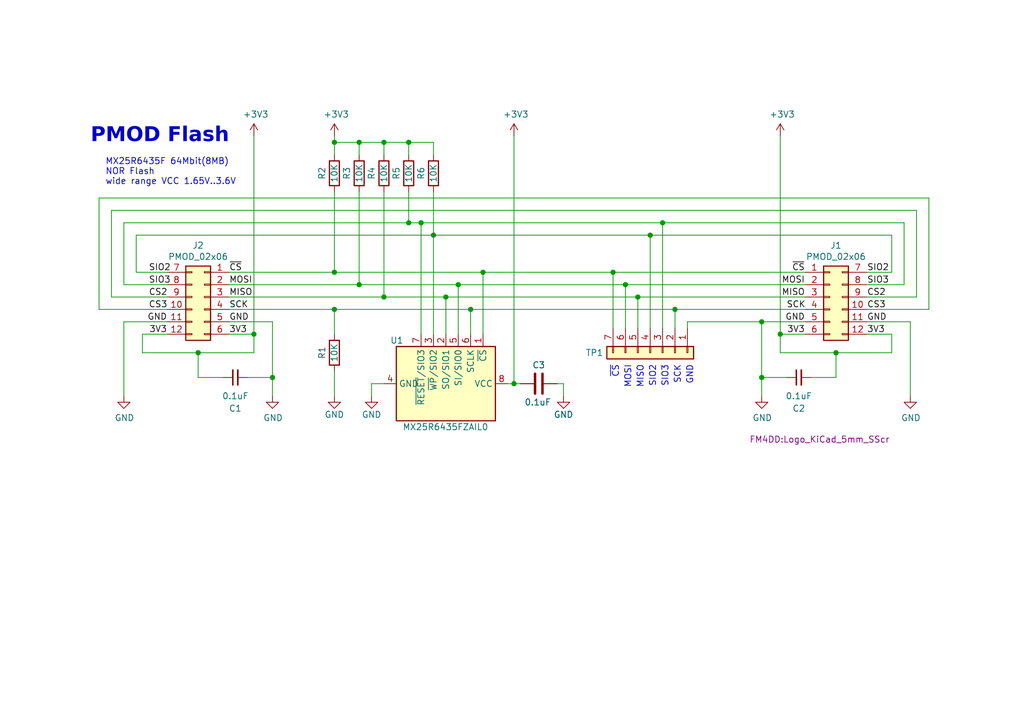
<source format=kicad_sch>
(kicad_sch (version 20230121) (generator eeschema)

  (uuid 29870ea6-0a1a-4de2-a6b4-c5d541e2a8ce)

  (paper "A5")

  (title_block
    (title "PMOD FLASH")
    (date "2023-09-21")
    (rev "V1.0")
    (comment 1 "2023 (C) FM4DD")
    (comment 2 "MX25R6435F 64Mbit(8MB) NOR Flash")
    (comment 3 "License: CC-BY-SA 4.0")
  )

  (lib_symbols
    (symbol "Connector_Generic:Conn_01x07" (pin_names (offset 1.016) hide) (in_bom yes) (on_board yes)
      (property "Reference" "J" (at 0 10.16 0)
        (effects (font (size 1.27 1.27)))
      )
      (property "Value" "Conn_01x07" (at 0 -10.16 0)
        (effects (font (size 1.27 1.27)))
      )
      (property "Footprint" "" (at 0 0 0)
        (effects (font (size 1.27 1.27)) hide)
      )
      (property "Datasheet" "~" (at 0 0 0)
        (effects (font (size 1.27 1.27)) hide)
      )
      (property "ki_keywords" "connector" (at 0 0 0)
        (effects (font (size 1.27 1.27)) hide)
      )
      (property "ki_description" "Generic connector, single row, 01x07, script generated (kicad-library-utils/schlib/autogen/connector/)" (at 0 0 0)
        (effects (font (size 1.27 1.27)) hide)
      )
      (property "ki_fp_filters" "Connector*:*_1x??_*" (at 0 0 0)
        (effects (font (size 1.27 1.27)) hide)
      )
      (symbol "Conn_01x07_1_1"
        (rectangle (start -1.27 -7.493) (end 0 -7.747)
          (stroke (width 0.1524) (type default))
          (fill (type none))
        )
        (rectangle (start -1.27 -4.953) (end 0 -5.207)
          (stroke (width 0.1524) (type default))
          (fill (type none))
        )
        (rectangle (start -1.27 -2.413) (end 0 -2.667)
          (stroke (width 0.1524) (type default))
          (fill (type none))
        )
        (rectangle (start -1.27 0.127) (end 0 -0.127)
          (stroke (width 0.1524) (type default))
          (fill (type none))
        )
        (rectangle (start -1.27 2.667) (end 0 2.413)
          (stroke (width 0.1524) (type default))
          (fill (type none))
        )
        (rectangle (start -1.27 5.207) (end 0 4.953)
          (stroke (width 0.1524) (type default))
          (fill (type none))
        )
        (rectangle (start -1.27 7.747) (end 0 7.493)
          (stroke (width 0.1524) (type default))
          (fill (type none))
        )
        (rectangle (start -1.27 8.89) (end 1.27 -8.89)
          (stroke (width 0.254) (type default))
          (fill (type background))
        )
        (pin passive line (at -5.08 7.62 0) (length 3.81)
          (name "Pin_1" (effects (font (size 1.27 1.27))))
          (number "1" (effects (font (size 1.27 1.27))))
        )
        (pin passive line (at -5.08 5.08 0) (length 3.81)
          (name "Pin_2" (effects (font (size 1.27 1.27))))
          (number "2" (effects (font (size 1.27 1.27))))
        )
        (pin passive line (at -5.08 2.54 0) (length 3.81)
          (name "Pin_3" (effects (font (size 1.27 1.27))))
          (number "3" (effects (font (size 1.27 1.27))))
        )
        (pin passive line (at -5.08 0 0) (length 3.81)
          (name "Pin_4" (effects (font (size 1.27 1.27))))
          (number "4" (effects (font (size 1.27 1.27))))
        )
        (pin passive line (at -5.08 -2.54 0) (length 3.81)
          (name "Pin_5" (effects (font (size 1.27 1.27))))
          (number "5" (effects (font (size 1.27 1.27))))
        )
        (pin passive line (at -5.08 -5.08 0) (length 3.81)
          (name "Pin_6" (effects (font (size 1.27 1.27))))
          (number "6" (effects (font (size 1.27 1.27))))
        )
        (pin passive line (at -5.08 -7.62 0) (length 3.81)
          (name "Pin_7" (effects (font (size 1.27 1.27))))
          (number "7" (effects (font (size 1.27 1.27))))
        )
      )
    )
    (symbol "Connector_Generic:Conn_02x06_Top_Bottom" (pin_names (offset 1.016) hide) (in_bom yes) (on_board yes)
      (property "Reference" "J" (at 1.27 7.62 0)
        (effects (font (size 1.27 1.27)))
      )
      (property "Value" "Conn_02x06_Top_Bottom" (at 1.27 -10.16 0)
        (effects (font (size 1.27 1.27)))
      )
      (property "Footprint" "" (at 0 0 0)
        (effects (font (size 1.27 1.27)) hide)
      )
      (property "Datasheet" "~" (at 0 0 0)
        (effects (font (size 1.27 1.27)) hide)
      )
      (property "ki_keywords" "connector" (at 0 0 0)
        (effects (font (size 1.27 1.27)) hide)
      )
      (property "ki_description" "Generic connector, double row, 02x06, top/bottom pin numbering scheme (row 1: 1...pins_per_row, row2: pins_per_row+1 ... num_pins), script generated (kicad-library-utils/schlib/autogen/connector/)" (at 0 0 0)
        (effects (font (size 1.27 1.27)) hide)
      )
      (property "ki_fp_filters" "Connector*:*_2x??_*" (at 0 0 0)
        (effects (font (size 1.27 1.27)) hide)
      )
      (symbol "Conn_02x06_Top_Bottom_1_1"
        (rectangle (start -1.27 -7.493) (end 0 -7.747)
          (stroke (width 0.1524) (type default))
          (fill (type none))
        )
        (rectangle (start -1.27 -4.953) (end 0 -5.207)
          (stroke (width 0.1524) (type default))
          (fill (type none))
        )
        (rectangle (start -1.27 -2.413) (end 0 -2.667)
          (stroke (width 0.1524) (type default))
          (fill (type none))
        )
        (rectangle (start -1.27 0.127) (end 0 -0.127)
          (stroke (width 0.1524) (type default))
          (fill (type none))
        )
        (rectangle (start -1.27 2.667) (end 0 2.413)
          (stroke (width 0.1524) (type default))
          (fill (type none))
        )
        (rectangle (start -1.27 5.207) (end 0 4.953)
          (stroke (width 0.1524) (type default))
          (fill (type none))
        )
        (rectangle (start -1.27 6.35) (end 3.81 -8.89)
          (stroke (width 0.254) (type default))
          (fill (type background))
        )
        (rectangle (start 3.81 -7.493) (end 2.54 -7.747)
          (stroke (width 0.1524) (type default))
          (fill (type none))
        )
        (rectangle (start 3.81 -4.953) (end 2.54 -5.207)
          (stroke (width 0.1524) (type default))
          (fill (type none))
        )
        (rectangle (start 3.81 -2.413) (end 2.54 -2.667)
          (stroke (width 0.1524) (type default))
          (fill (type none))
        )
        (rectangle (start 3.81 0.127) (end 2.54 -0.127)
          (stroke (width 0.1524) (type default))
          (fill (type none))
        )
        (rectangle (start 3.81 2.667) (end 2.54 2.413)
          (stroke (width 0.1524) (type default))
          (fill (type none))
        )
        (rectangle (start 3.81 5.207) (end 2.54 4.953)
          (stroke (width 0.1524) (type default))
          (fill (type none))
        )
        (pin passive line (at -5.08 5.08 0) (length 3.81)
          (name "Pin_1" (effects (font (size 1.27 1.27))))
          (number "1" (effects (font (size 1.27 1.27))))
        )
        (pin passive line (at 7.62 -2.54 180) (length 3.81)
          (name "Pin_10" (effects (font (size 1.27 1.27))))
          (number "10" (effects (font (size 1.27 1.27))))
        )
        (pin passive line (at 7.62 -5.08 180) (length 3.81)
          (name "Pin_11" (effects (font (size 1.27 1.27))))
          (number "11" (effects (font (size 1.27 1.27))))
        )
        (pin passive line (at 7.62 -7.62 180) (length 3.81)
          (name "Pin_12" (effects (font (size 1.27 1.27))))
          (number "12" (effects (font (size 1.27 1.27))))
        )
        (pin passive line (at -5.08 2.54 0) (length 3.81)
          (name "Pin_2" (effects (font (size 1.27 1.27))))
          (number "2" (effects (font (size 1.27 1.27))))
        )
        (pin passive line (at -5.08 0 0) (length 3.81)
          (name "Pin_3" (effects (font (size 1.27 1.27))))
          (number "3" (effects (font (size 1.27 1.27))))
        )
        (pin passive line (at -5.08 -2.54 0) (length 3.81)
          (name "Pin_4" (effects (font (size 1.27 1.27))))
          (number "4" (effects (font (size 1.27 1.27))))
        )
        (pin passive line (at -5.08 -5.08 0) (length 3.81)
          (name "Pin_5" (effects (font (size 1.27 1.27))))
          (number "5" (effects (font (size 1.27 1.27))))
        )
        (pin passive line (at -5.08 -7.62 0) (length 3.81)
          (name "Pin_6" (effects (font (size 1.27 1.27))))
          (number "6" (effects (font (size 1.27 1.27))))
        )
        (pin passive line (at 7.62 5.08 180) (length 3.81)
          (name "Pin_7" (effects (font (size 1.27 1.27))))
          (number "7" (effects (font (size 1.27 1.27))))
        )
        (pin passive line (at 7.62 2.54 180) (length 3.81)
          (name "Pin_8" (effects (font (size 1.27 1.27))))
          (number "8" (effects (font (size 1.27 1.27))))
        )
        (pin passive line (at 7.62 0 180) (length 3.81)
          (name "Pin_9" (effects (font (size 1.27 1.27))))
          (number "9" (effects (font (size 1.27 1.27))))
        )
      )
    )
    (symbol "Device:C" (pin_numbers hide) (pin_names (offset 0.254)) (in_bom yes) (on_board yes)
      (property "Reference" "C" (at 0.635 2.54 0)
        (effects (font (size 1.27 1.27)) (justify left))
      )
      (property "Value" "C" (at 0.635 -2.54 0)
        (effects (font (size 1.27 1.27)) (justify left))
      )
      (property "Footprint" "" (at 0.9652 -3.81 0)
        (effects (font (size 1.27 1.27)) hide)
      )
      (property "Datasheet" "~" (at 0 0 0)
        (effects (font (size 1.27 1.27)) hide)
      )
      (property "ki_keywords" "cap capacitor" (at 0 0 0)
        (effects (font (size 1.27 1.27)) hide)
      )
      (property "ki_description" "Unpolarized capacitor" (at 0 0 0)
        (effects (font (size 1.27 1.27)) hide)
      )
      (property "ki_fp_filters" "C_*" (at 0 0 0)
        (effects (font (size 1.27 1.27)) hide)
      )
      (symbol "C_0_1"
        (polyline
          (pts
            (xy -2.032 -0.762)
            (xy 2.032 -0.762)
          )
          (stroke (width 0.508) (type default))
          (fill (type none))
        )
        (polyline
          (pts
            (xy -2.032 0.762)
            (xy 2.032 0.762)
          )
          (stroke (width 0.508) (type default))
          (fill (type none))
        )
      )
      (symbol "C_1_1"
        (pin passive line (at 0 3.81 270) (length 2.794)
          (name "~" (effects (font (size 1.27 1.27))))
          (number "1" (effects (font (size 1.27 1.27))))
        )
        (pin passive line (at 0 -3.81 90) (length 2.794)
          (name "~" (effects (font (size 1.27 1.27))))
          (number "2" (effects (font (size 1.27 1.27))))
        )
      )
    )
    (symbol "Device:C_Small" (pin_numbers hide) (pin_names (offset 0.254) hide) (in_bom yes) (on_board yes)
      (property "Reference" "C" (at 0.254 1.778 0)
        (effects (font (size 1.27 1.27)) (justify left))
      )
      (property "Value" "C_Small" (at 0.254 -2.032 0)
        (effects (font (size 1.27 1.27)) (justify left))
      )
      (property "Footprint" "" (at 0 0 0)
        (effects (font (size 1.27 1.27)) hide)
      )
      (property "Datasheet" "~" (at 0 0 0)
        (effects (font (size 1.27 1.27)) hide)
      )
      (property "ki_keywords" "capacitor cap" (at 0 0 0)
        (effects (font (size 1.27 1.27)) hide)
      )
      (property "ki_description" "Unpolarized capacitor, small symbol" (at 0 0 0)
        (effects (font (size 1.27 1.27)) hide)
      )
      (property "ki_fp_filters" "C_*" (at 0 0 0)
        (effects (font (size 1.27 1.27)) hide)
      )
      (symbol "C_Small_0_1"
        (polyline
          (pts
            (xy -1.524 -0.508)
            (xy 1.524 -0.508)
          )
          (stroke (width 0.3302) (type default))
          (fill (type none))
        )
        (polyline
          (pts
            (xy -1.524 0.508)
            (xy 1.524 0.508)
          )
          (stroke (width 0.3048) (type default))
          (fill (type none))
        )
      )
      (symbol "C_Small_1_1"
        (pin passive line (at 0 2.54 270) (length 2.032)
          (name "~" (effects (font (size 1.27 1.27))))
          (number "1" (effects (font (size 1.27 1.27))))
        )
        (pin passive line (at 0 -2.54 90) (length 2.032)
          (name "~" (effects (font (size 1.27 1.27))))
          (number "2" (effects (font (size 1.27 1.27))))
        )
      )
    )
    (symbol "Device:R" (pin_numbers hide) (pin_names (offset 0)) (in_bom yes) (on_board yes)
      (property "Reference" "R" (at 2.032 0 90)
        (effects (font (size 1.27 1.27)))
      )
      (property "Value" "R" (at 0 0 90)
        (effects (font (size 1.27 1.27)))
      )
      (property "Footprint" "" (at -1.778 0 90)
        (effects (font (size 1.27 1.27)) hide)
      )
      (property "Datasheet" "~" (at 0 0 0)
        (effects (font (size 1.27 1.27)) hide)
      )
      (property "ki_keywords" "R res resistor" (at 0 0 0)
        (effects (font (size 1.27 1.27)) hide)
      )
      (property "ki_description" "Resistor" (at 0 0 0)
        (effects (font (size 1.27 1.27)) hide)
      )
      (property "ki_fp_filters" "R_*" (at 0 0 0)
        (effects (font (size 1.27 1.27)) hide)
      )
      (symbol "R_0_1"
        (rectangle (start -1.016 -2.54) (end 1.016 2.54)
          (stroke (width 0.254) (type default))
          (fill (type none))
        )
      )
      (symbol "R_1_1"
        (pin passive line (at 0 3.81 270) (length 1.27)
          (name "~" (effects (font (size 1.27 1.27))))
          (number "1" (effects (font (size 1.27 1.27))))
        )
        (pin passive line (at 0 -3.81 90) (length 1.27)
          (name "~" (effects (font (size 1.27 1.27))))
          (number "2" (effects (font (size 1.27 1.27))))
        )
      )
    )
    (symbol "FM4DD:Logo_KiCad_5mm" (pin_names (offset 1.016)) (in_bom yes) (on_board yes)
      (property "Reference" "LB" (at 0 0 0)
        (effects (font (size 1.27 1.27)) hide)
      )
      (property "Value" "Logo_KiCad_5mm" (at 0 0 0)
        (effects (font (size 1.27 1.27)))
      )
      (property "Footprint" "FM4DD:Logo_KiCad_5mm_SScr" (at 0 0 0)
        (effects (font (size 1.27 1.27)) hide)
      )
      (property "Datasheet" "" (at 0 0 0)
        (effects (font (size 1.27 1.27)) hide)
      )
      (property "ki_description" "KiCad Logo with text removed" (at 0 0 0)
        (effects (font (size 1.27 1.27)) hide)
      )
    )
    (symbol "FM4DD:MX25R6435FZAIL0" (in_bom yes) (on_board yes)
      (property "Reference" "U" (at -6.35 11.43 0)
        (effects (font (size 1.27 1.27)))
      )
      (property "Value" "MX25R6435FZAIL0" (at 11.43 11.43 0)
        (effects (font (size 1.27 1.27)))
      )
      (property "Footprint" "FM4DD:USON-8_4x4mm" (at 0 -15.24 0)
        (effects (font (size 1.27 1.27)) hide)
      )
      (property "Datasheet" "https://www.macronix.com/Lists/Datasheet/Attachments/8868/MX25R6435F,%20Wide%20Range,%2064Mb,%20v1.6.pdf" (at 0 0 0)
        (effects (font (size 1.27 1.27)) hide)
      )
      (property "ki_keywords" "SPI 64Mbit 1.65V-3.6V" (at 0 0 0)
        (effects (font (size 1.27 1.27)) hide)
      )
      (property "ki_description" "64-Mbit, Wide Range Voltage SPI Serial Flash Memory, 8-USON (4x4mm)" (at 0 0 0)
        (effects (font (size 1.27 1.27)) hide)
      )
      (property "ki_fp_filters" "WSON*1EP*6x5mm*P1.27mm*" (at 0 0 0)
        (effects (font (size 1.27 1.27)) hide)
      )
      (symbol "MX25R6435FZAIL0_0_1"
        (rectangle (start -7.62 10.16) (end 7.62 -10.16)
          (stroke (width 0.254) (type default))
          (fill (type background))
        )
      )
      (symbol "MX25R6435FZAIL0_1_1"
        (pin input line (at -10.16 7.62 0) (length 2.54)
          (name "~{CS}" (effects (font (size 1.27 1.27))))
          (number "1" (effects (font (size 1.27 1.27))))
        )
        (pin bidirectional line (at -10.16 0 0) (length 2.54)
          (name "SO/SIO1" (effects (font (size 1.27 1.27))))
          (number "2" (effects (font (size 1.27 1.27))))
        )
        (pin bidirectional line (at -10.16 -2.54 0) (length 2.54)
          (name "~{WP}/SIO2" (effects (font (size 1.27 1.27))))
          (number "3" (effects (font (size 1.27 1.27))))
        )
        (pin power_in line (at 0 -12.7 90) (length 2.54)
          (name "GND" (effects (font (size 1.27 1.27))))
          (number "4" (effects (font (size 1.27 1.27))))
        )
        (pin bidirectional line (at -10.16 2.54 0) (length 2.54)
          (name "SI/SIO0" (effects (font (size 1.27 1.27))))
          (number "5" (effects (font (size 1.27 1.27))))
        )
        (pin input line (at -10.16 5.08 0) (length 2.54)
          (name "SCLK" (effects (font (size 1.27 1.27))))
          (number "6" (effects (font (size 1.27 1.27))))
        )
        (pin bidirectional line (at -10.16 -5.08 0) (length 2.54)
          (name "~{RESET}/SIO3" (effects (font (size 1.27 1.27))))
          (number "7" (effects (font (size 1.27 1.27))))
        )
        (pin power_in line (at 0 12.7 270) (length 2.54)
          (name "VCC" (effects (font (size 1.27 1.27))))
          (number "8" (effects (font (size 1.27 1.27))))
        )
        (pin passive line (at 0 -12.7 90) (length 2.54) hide
          (name "GND" (effects (font (size 1.27 1.27))))
          (number "9" (effects (font (size 1.27 1.27))))
        )
      )
    )
    (symbol "power:+3V3" (power) (pin_names (offset 0)) (in_bom yes) (on_board yes)
      (property "Reference" "#PWR" (at 0 -3.81 0)
        (effects (font (size 1.27 1.27)) hide)
      )
      (property "Value" "+3V3" (at 0 3.556 0)
        (effects (font (size 1.27 1.27)))
      )
      (property "Footprint" "" (at 0 0 0)
        (effects (font (size 1.27 1.27)) hide)
      )
      (property "Datasheet" "" (at 0 0 0)
        (effects (font (size 1.27 1.27)) hide)
      )
      (property "ki_keywords" "global power" (at 0 0 0)
        (effects (font (size 1.27 1.27)) hide)
      )
      (property "ki_description" "Power symbol creates a global label with name \"+3V3\"" (at 0 0 0)
        (effects (font (size 1.27 1.27)) hide)
      )
      (symbol "+3V3_0_1"
        (polyline
          (pts
            (xy -0.762 1.27)
            (xy 0 2.54)
          )
          (stroke (width 0) (type default))
          (fill (type none))
        )
        (polyline
          (pts
            (xy 0 0)
            (xy 0 2.54)
          )
          (stroke (width 0) (type default))
          (fill (type none))
        )
        (polyline
          (pts
            (xy 0 2.54)
            (xy 0.762 1.27)
          )
          (stroke (width 0) (type default))
          (fill (type none))
        )
      )
      (symbol "+3V3_1_1"
        (pin power_in line (at 0 0 90) (length 0) hide
          (name "+3V3" (effects (font (size 1.27 1.27))))
          (number "1" (effects (font (size 1.27 1.27))))
        )
      )
    )
    (symbol "power:GND" (power) (pin_names (offset 0)) (in_bom yes) (on_board yes)
      (property "Reference" "#PWR" (at 0 -6.35 0)
        (effects (font (size 1.27 1.27)) hide)
      )
      (property "Value" "GND" (at 0 -3.81 0)
        (effects (font (size 1.27 1.27)))
      )
      (property "Footprint" "" (at 0 0 0)
        (effects (font (size 1.27 1.27)) hide)
      )
      (property "Datasheet" "" (at 0 0 0)
        (effects (font (size 1.27 1.27)) hide)
      )
      (property "ki_keywords" "global power" (at 0 0 0)
        (effects (font (size 1.27 1.27)) hide)
      )
      (property "ki_description" "Power symbol creates a global label with name \"GND\" , ground" (at 0 0 0)
        (effects (font (size 1.27 1.27)) hide)
      )
      (symbol "GND_0_1"
        (polyline
          (pts
            (xy 0 0)
            (xy 0 -1.27)
            (xy 1.27 -1.27)
            (xy 0 -2.54)
            (xy -1.27 -1.27)
            (xy 0 -1.27)
          )
          (stroke (width 0) (type default))
          (fill (type none))
        )
      )
      (symbol "GND_1_1"
        (pin power_in line (at 0 0 270) (length 0) hide
          (name "GND" (effects (font (size 1.27 1.27))))
          (number "1" (effects (font (size 1.27 1.27))))
        )
      )
    )
  )

  (junction (at 125.73 55.88) (diameter 0) (color 0 0 0 0)
    (uuid 01601927-b07b-4f36-8978-c5252ba9d4ff)
  )
  (junction (at 73.66 58.42) (diameter 0) (color 0 0 0 0)
    (uuid 0dbe0354-48a6-486a-b7dd-0e3b2c05bba8)
  )
  (junction (at 68.58 29.21) (diameter 0) (color 0 0 0 0)
    (uuid 14feaeda-d3f8-4d6d-96ad-2c615e4b4cd0)
  )
  (junction (at 78.74 60.96) (diameter 0) (color 0 0 0 0)
    (uuid 15472bd1-a69d-48ed-95c1-c06fd4668584)
  )
  (junction (at 156.21 66.04) (diameter 0) (color 0 0 0 0)
    (uuid 16639dc7-a0a7-48f4-8365-788480b687ab)
  )
  (junction (at 130.81 60.96) (diameter 0) (color 0 0 0 0)
    (uuid 18243c09-d1bf-484f-bcfc-40fc629f33f5)
  )
  (junction (at 73.66 29.21) (diameter 0) (color 0 0 0 0)
    (uuid 21a1a511-3105-43d2-b710-c4490362e899)
  )
  (junction (at 160.02 68.58) (diameter 0) (color 0 0 0 0)
    (uuid 32603f9d-5415-4a45-99f4-91d7042427cb)
  )
  (junction (at 91.44 60.96) (diameter 0) (color 0 0 0 0)
    (uuid 3f7d10dd-749f-46cf-809d-b5779d7c47ac)
  )
  (junction (at 83.82 29.21) (diameter 0) (color 0 0 0 0)
    (uuid 444a203c-26af-417e-85cd-e7e81f28c97b)
  )
  (junction (at 86.36 45.72) (diameter 0) (color 0 0 0 0)
    (uuid 4cf0758a-76d7-4e74-ba84-a9642d872dd5)
  )
  (junction (at 88.9 48.26) (diameter 0) (color 0 0 0 0)
    (uuid 578bca9d-c692-4ccc-b545-27f4f496a325)
  )
  (junction (at 128.27 58.42) (diameter 0) (color 0 0 0 0)
    (uuid 61eb3ead-520a-4927-9e00-93eedb4198b5)
  )
  (junction (at 135.89 45.72) (diameter 0) (color 0 0 0 0)
    (uuid 676dbb21-b15b-4f4a-9590-297f809bee4b)
  )
  (junction (at 68.58 63.5) (diameter 0) (color 0 0 0 0)
    (uuid 6a7cf3f6-b28e-4287-946e-5ac84c764da9)
  )
  (junction (at 156.21 77.47) (diameter 0) (color 0 0 0 0)
    (uuid 6dd79093-4cd3-4a7e-b812-87c7e2fede90)
  )
  (junction (at 93.98 58.42) (diameter 0) (color 0 0 0 0)
    (uuid 6e8cdbf7-588f-4b6f-b439-6e38d7cd5b19)
  )
  (junction (at 105.41 78.74) (diameter 0) (color 0 0 0 0)
    (uuid 7670e0fa-faf3-4547-b453-8181c232c350)
  )
  (junction (at 52.07 68.58) (diameter 0) (color 0 0 0 0)
    (uuid 83cf5a20-530e-424c-a34b-cdd04c0a42d0)
  )
  (junction (at 40.64 72.39) (diameter 0) (color 0 0 0 0)
    (uuid 872dca42-bf39-42b5-a699-03ab6c157756)
  )
  (junction (at 55.88 77.47) (diameter 0) (color 0 0 0 0)
    (uuid a69f23de-43d1-4886-aba1-fc39ee916b79)
  )
  (junction (at 99.06 55.88) (diameter 0) (color 0 0 0 0)
    (uuid b18ef465-a0dd-446e-9532-4f74c92b935b)
  )
  (junction (at 138.43 63.5) (diameter 0) (color 0 0 0 0)
    (uuid b416d67c-c98e-4342-aee2-9f65432c014d)
  )
  (junction (at 78.74 29.21) (diameter 0) (color 0 0 0 0)
    (uuid c3d4752b-880e-4903-83cf-d566bbec85a7)
  )
  (junction (at 171.45 72.39) (diameter 0) (color 0 0 0 0)
    (uuid d5d050aa-07e8-4c34-a67b-619bf1a148da)
  )
  (junction (at 133.35 48.26) (diameter 0) (color 0 0 0 0)
    (uuid e48a7101-ae3e-4ef7-8105-8f358bd1ae3c)
  )
  (junction (at 83.82 45.72) (diameter 0) (color 0 0 0 0)
    (uuid ea35bea2-cd3a-45a9-abdf-3554ca316d75)
  )
  (junction (at 68.58 55.88) (diameter 0) (color 0 0 0 0)
    (uuid f0e86b50-8cd3-4afc-86b2-d03c685a4642)
  )
  (junction (at 96.52 63.5) (diameter 0) (color 0 0 0 0)
    (uuid ff0fc6e9-e3ff-489b-bbcf-8be50a6b8680)
  )

  (wire (pts (xy 166.37 77.47) (xy 171.45 77.47))
    (stroke (width 0) (type default))
    (uuid 00da8ca5-e690-4cc3-92a5-3613d28fe3bb)
  )
  (wire (pts (xy 99.06 55.88) (xy 99.06 68.58))
    (stroke (width 0) (type default))
    (uuid 07b8bb0f-7b11-4bf6-b38a-fab7e2130632)
  )
  (wire (pts (xy 20.32 40.64) (xy 190.5 40.64))
    (stroke (width 0) (type default))
    (uuid 0872b17d-eea1-4247-b5a3-7ffb26f89f0a)
  )
  (wire (pts (xy 55.88 66.04) (xy 55.88 77.47))
    (stroke (width 0) (type default))
    (uuid 0a360fde-1a09-4557-b390-db48fa58a83f)
  )
  (wire (pts (xy 99.06 55.88) (xy 125.73 55.88))
    (stroke (width 0) (type default))
    (uuid 0b427059-de5d-4491-aa41-54a589b3c43d)
  )
  (wire (pts (xy 182.88 68.58) (xy 177.8 68.58))
    (stroke (width 0) (type default))
    (uuid 10d827f1-13bf-4bc4-b67b-64becf001015)
  )
  (wire (pts (xy 45.72 77.47) (xy 40.64 77.47))
    (stroke (width 0) (type default))
    (uuid 112144cf-afa9-4c50-9f00-f2b802723f21)
  )
  (wire (pts (xy 83.82 39.37) (xy 83.82 45.72))
    (stroke (width 0) (type default))
    (uuid 1268af50-651b-456e-ad76-7e2ce2c6c1fd)
  )
  (wire (pts (xy 138.43 63.5) (xy 165.1 63.5))
    (stroke (width 0) (type default))
    (uuid 13c4eef4-634b-4040-bf92-085e6be28952)
  )
  (wire (pts (xy 161.29 77.47) (xy 156.21 77.47))
    (stroke (width 0) (type default))
    (uuid 13e8159f-f635-442b-bf42-262a0352cd3b)
  )
  (wire (pts (xy 105.41 27.94) (xy 105.41 78.74))
    (stroke (width 0) (type default))
    (uuid 14da5f18-96eb-4652-bcc8-c7e0e0d8a04a)
  )
  (wire (pts (xy 46.99 60.96) (xy 78.74 60.96))
    (stroke (width 0) (type default))
    (uuid 168da054-17bc-40d5-bce2-1d7c4527101a)
  )
  (wire (pts (xy 27.94 48.26) (xy 88.9 48.26))
    (stroke (width 0) (type default))
    (uuid 16bd4f3c-6e5e-4f69-af97-0bb80daa5a09)
  )
  (wire (pts (xy 91.44 60.96) (xy 130.81 60.96))
    (stroke (width 0) (type default))
    (uuid 1a0c7e39-914a-4b87-8224-fbd48c63f0e9)
  )
  (wire (pts (xy 55.88 77.47) (xy 55.88 81.28))
    (stroke (width 0) (type default))
    (uuid 1a89b494-a33e-4c0a-b531-c6f695a7fcd9)
  )
  (wire (pts (xy 46.99 58.42) (xy 73.66 58.42))
    (stroke (width 0) (type default))
    (uuid 1bc07060-a907-40d0-baef-7c1eb7a1261a)
  )
  (wire (pts (xy 88.9 29.21) (xy 83.82 29.21))
    (stroke (width 0) (type default))
    (uuid 1bc315e2-b869-4d1c-bdda-7934bd245015)
  )
  (wire (pts (xy 105.41 78.74) (xy 106.68 78.74))
    (stroke (width 0) (type default))
    (uuid 2013fd1d-79a2-40f7-b922-1e90c42c6be1)
  )
  (wire (pts (xy 88.9 48.26) (xy 133.35 48.26))
    (stroke (width 0) (type default))
    (uuid 20cf05d2-6331-4920-bcf5-0c9825ebb1f1)
  )
  (wire (pts (xy 128.27 58.42) (xy 128.27 67.31))
    (stroke (width 0) (type default))
    (uuid 2342d28c-6933-41e1-8d1b-8bd4f5381118)
  )
  (wire (pts (xy 52.07 72.39) (xy 40.64 72.39))
    (stroke (width 0) (type default))
    (uuid 265c48b4-a312-44c2-af61-03c9cac8ba43)
  )
  (wire (pts (xy 177.8 55.88) (xy 182.88 55.88))
    (stroke (width 0) (type default))
    (uuid 2759d8a7-337b-4709-ae7f-f949bb95425e)
  )
  (wire (pts (xy 73.66 29.21) (xy 78.74 29.21))
    (stroke (width 0) (type default))
    (uuid 27b4ad39-e133-411c-a4a5-2bd78407bc0b)
  )
  (wire (pts (xy 140.97 66.04) (xy 156.21 66.04))
    (stroke (width 0) (type default))
    (uuid 284039b0-0ae6-44f6-83ca-0ba0b8eed34d)
  )
  (wire (pts (xy 25.4 66.04) (xy 34.29 66.04))
    (stroke (width 0) (type default))
    (uuid 2af03ce4-e308-4edc-add9-955103caf56d)
  )
  (wire (pts (xy 46.99 55.88) (xy 68.58 55.88))
    (stroke (width 0) (type default))
    (uuid 2dd228c0-787d-4f22-b804-d92de47952e0)
  )
  (wire (pts (xy 96.52 63.5) (xy 138.43 63.5))
    (stroke (width 0) (type default))
    (uuid 2f32b986-bcb5-45c6-bfe3-4f75bfd1d247)
  )
  (wire (pts (xy 156.21 66.04) (xy 165.1 66.04))
    (stroke (width 0) (type default))
    (uuid 32065314-546d-45c3-b091-99388eec4d53)
  )
  (wire (pts (xy 73.66 58.42) (xy 93.98 58.42))
    (stroke (width 0) (type default))
    (uuid 3247feeb-42cc-41e3-b24c-25a1819c4de9)
  )
  (wire (pts (xy 27.94 55.88) (xy 27.94 48.26))
    (stroke (width 0) (type default))
    (uuid 3b1bb3d9-b602-4dbc-9c91-2dfb88261d02)
  )
  (wire (pts (xy 78.74 29.21) (xy 78.74 31.75))
    (stroke (width 0) (type default))
    (uuid 3d89c05d-1f77-443c-9773-71faab6f3c9d)
  )
  (wire (pts (xy 25.4 66.04) (xy 25.4 81.28))
    (stroke (width 0) (type default))
    (uuid 3e2c0cdb-37a4-4d8d-82eb-8c8bfa676e38)
  )
  (wire (pts (xy 25.4 58.42) (xy 34.29 58.42))
    (stroke (width 0) (type default))
    (uuid 3fd57c4c-7ccd-450f-b304-f52aeb47d5ef)
  )
  (wire (pts (xy 182.88 48.26) (xy 182.88 55.88))
    (stroke (width 0) (type default))
    (uuid 419c3c3d-62e5-4a90-b34c-1bb0143c42bd)
  )
  (wire (pts (xy 29.21 68.58) (xy 34.29 68.58))
    (stroke (width 0) (type default))
    (uuid 41a6cf44-9e72-4fec-a67e-2426c2f5941e)
  )
  (wire (pts (xy 93.98 58.42) (xy 93.98 68.58))
    (stroke (width 0) (type default))
    (uuid 42acc80f-0d17-42d2-bbe4-6d5c2ad81df6)
  )
  (wire (pts (xy 182.88 72.39) (xy 182.88 68.58))
    (stroke (width 0) (type default))
    (uuid 4b94290b-5610-4520-98ae-9c0c1473e25c)
  )
  (wire (pts (xy 68.58 29.21) (xy 68.58 27.94))
    (stroke (width 0) (type default))
    (uuid 50e18865-54c8-4560-9dc0-1207830db1d0)
  )
  (wire (pts (xy 22.86 60.96) (xy 34.29 60.96))
    (stroke (width 0) (type default))
    (uuid 57c77a2a-2e04-424c-ab95-9eca0334c0fe)
  )
  (wire (pts (xy 128.27 58.42) (xy 165.1 58.42))
    (stroke (width 0) (type default))
    (uuid 58609762-22a7-446a-80d9-25065eccd96c)
  )
  (wire (pts (xy 46.99 66.04) (xy 55.88 66.04))
    (stroke (width 0) (type default))
    (uuid 5b351792-8089-4f6c-8073-40a70f7f9109)
  )
  (wire (pts (xy 138.43 63.5) (xy 138.43 67.31))
    (stroke (width 0) (type default))
    (uuid 5d0208fc-b7a8-49cc-825a-9f9b40a55c91)
  )
  (wire (pts (xy 130.81 60.96) (xy 130.81 67.31))
    (stroke (width 0) (type default))
    (uuid 5db3ad4f-9397-4b57-9e08-6083197af51f)
  )
  (wire (pts (xy 78.74 29.21) (xy 83.82 29.21))
    (stroke (width 0) (type default))
    (uuid 601211cc-594b-4844-b2fa-d02ccaffdae2)
  )
  (wire (pts (xy 177.8 60.96) (xy 187.96 60.96))
    (stroke (width 0) (type default))
    (uuid 630d507e-988d-48fc-8421-9347f1d95023)
  )
  (wire (pts (xy 171.45 72.39) (xy 182.88 72.39))
    (stroke (width 0) (type default))
    (uuid 63252deb-20d1-4de9-9098-4b8d152824e7)
  )
  (wire (pts (xy 140.97 67.31) (xy 140.97 66.04))
    (stroke (width 0) (type default))
    (uuid 63f2b43b-2857-49f9-a389-88151d24f66e)
  )
  (wire (pts (xy 190.5 40.64) (xy 190.5 63.5))
    (stroke (width 0) (type default))
    (uuid 645121d3-af2e-46ee-b0d9-3f99a3772221)
  )
  (wire (pts (xy 86.36 45.72) (xy 86.36 68.58))
    (stroke (width 0) (type default))
    (uuid 665a813d-b498-45c2-995f-6f5f6f3101c7)
  )
  (wire (pts (xy 25.4 45.72) (xy 83.82 45.72))
    (stroke (width 0) (type default))
    (uuid 66813ae8-3c0c-4e90-898a-5d825eac0eb5)
  )
  (wire (pts (xy 160.02 27.94) (xy 160.02 68.58))
    (stroke (width 0) (type default))
    (uuid 68e97b3e-b4c0-4932-815b-9b2ccbc8a187)
  )
  (wire (pts (xy 83.82 31.75) (xy 83.82 29.21))
    (stroke (width 0) (type default))
    (uuid 69ba8404-8da4-4cbf-8f6f-a64e207b0656)
  )
  (wire (pts (xy 160.02 68.58) (xy 165.1 68.58))
    (stroke (width 0) (type default))
    (uuid 6a1939cd-de9f-4af5-bbd4-7274589076cb)
  )
  (wire (pts (xy 93.98 58.42) (xy 128.27 58.42))
    (stroke (width 0) (type default))
    (uuid 6a9c0a25-02e8-498a-86cb-ebae4f5cb8c4)
  )
  (wire (pts (xy 76.2 78.74) (xy 78.74 78.74))
    (stroke (width 0) (type solid))
    (uuid 6ce65e2d-1e4d-4e76-aee1-f9fc89d4e0d0)
  )
  (wire (pts (xy 46.99 68.58) (xy 52.07 68.58))
    (stroke (width 0) (type default))
    (uuid 6da10dc4-f7f7-4e41-943a-eeccffede36c)
  )
  (wire (pts (xy 91.44 68.58) (xy 91.44 60.96))
    (stroke (width 0) (type default))
    (uuid 6eaecb05-cf73-4f49-b568-8b31af6ec1fc)
  )
  (wire (pts (xy 73.66 39.37) (xy 73.66 58.42))
    (stroke (width 0) (type default))
    (uuid 6f7f556b-6639-469c-ad83-61974ae8445b)
  )
  (wire (pts (xy 25.4 58.42) (xy 25.4 45.72))
    (stroke (width 0) (type default))
    (uuid 6fe6a42b-4030-47bc-9914-6e90ed37758b)
  )
  (wire (pts (xy 20.32 63.5) (xy 20.32 40.64))
    (stroke (width 0) (type default))
    (uuid 7576421c-f86b-49e7-9514-6689bb44a160)
  )
  (wire (pts (xy 68.58 76.2) (xy 68.58 81.28))
    (stroke (width 0) (type default))
    (uuid 76420422-2944-4438-9bb9-f8412358ed59)
  )
  (wire (pts (xy 130.81 60.96) (xy 165.1 60.96))
    (stroke (width 0) (type default))
    (uuid 79f1e100-68ba-40fd-85d1-8d133d954b70)
  )
  (wire (pts (xy 160.02 68.58) (xy 160.02 72.39))
    (stroke (width 0) (type default))
    (uuid 7a55fa72-bd5c-4b92-ba2c-49d6c5d8a637)
  )
  (wire (pts (xy 68.58 63.5) (xy 96.52 63.5))
    (stroke (width 0) (type default))
    (uuid 7ab50fef-65a1-4b64-a8cd-6cc9e0b8c353)
  )
  (wire (pts (xy 135.89 45.72) (xy 135.89 67.31))
    (stroke (width 0) (type default))
    (uuid 80ea5066-b7b1-44bf-90ad-3a3e3611110e)
  )
  (wire (pts (xy 40.64 77.47) (xy 40.64 72.39))
    (stroke (width 0) (type default))
    (uuid 835b9ef8-d829-4d96-9631-7344fd1acfa0)
  )
  (wire (pts (xy 68.58 29.21) (xy 73.66 29.21))
    (stroke (width 0) (type default))
    (uuid 84f32ea3-f0bc-4c8c-9ae4-6f1dbc32606d)
  )
  (wire (pts (xy 22.86 43.18) (xy 187.96 43.18))
    (stroke (width 0) (type default))
    (uuid 87844491-de35-4f11-871e-4d5445588ee5)
  )
  (wire (pts (xy 22.86 60.96) (xy 22.86 43.18))
    (stroke (width 0) (type default))
    (uuid 8969e4ae-5b02-4893-b6ea-5701fdc97468)
  )
  (wire (pts (xy 86.36 45.72) (xy 135.89 45.72))
    (stroke (width 0) (type default))
    (uuid 89b2213b-1538-4da7-916f-c10f322c3c92)
  )
  (wire (pts (xy 68.58 39.37) (xy 68.58 55.88))
    (stroke (width 0) (type default))
    (uuid 8b108ff9-3b6a-48c4-bba2-7b610d545f77)
  )
  (wire (pts (xy 83.82 45.72) (xy 86.36 45.72))
    (stroke (width 0) (type default))
    (uuid 8b14dff4-c728-4f9b-a751-7595b0b66650)
  )
  (wire (pts (xy 52.07 27.94) (xy 52.07 68.58))
    (stroke (width 0) (type default))
    (uuid 8db16d0f-dfe2-44a2-a24b-20671fda81c1)
  )
  (wire (pts (xy 20.32 63.5) (xy 34.29 63.5))
    (stroke (width 0) (type default))
    (uuid 9fbce4a0-9421-4528-8b90-3a588af230ec)
  )
  (wire (pts (xy 27.94 55.88) (xy 34.29 55.88))
    (stroke (width 0) (type default))
    (uuid a098fc65-ce3b-4d0a-af0a-2c7c0ff6a414)
  )
  (wire (pts (xy 115.57 78.74) (xy 114.3 78.74))
    (stroke (width 0) (type solid))
    (uuid a1bc5960-e9b5-4853-bc5b-1bc5263cdfe0)
  )
  (wire (pts (xy 78.74 60.96) (xy 91.44 60.96))
    (stroke (width 0) (type default))
    (uuid a63151f2-3e36-4495-b071-f9b71bfce91d)
  )
  (wire (pts (xy 185.42 45.72) (xy 185.42 58.42))
    (stroke (width 0) (type default))
    (uuid a691f0b8-cd2f-4a8d-81e9-f79e6c3aeb63)
  )
  (wire (pts (xy 78.74 39.37) (xy 78.74 60.96))
    (stroke (width 0) (type default))
    (uuid a80d6d4e-a696-4c45-b33a-c114be04904b)
  )
  (wire (pts (xy 177.8 58.42) (xy 185.42 58.42))
    (stroke (width 0) (type default))
    (uuid aa8de98f-54f0-4149-b1da-0a392d7fb339)
  )
  (wire (pts (xy 177.8 66.04) (xy 186.69 66.04))
    (stroke (width 0) (type default))
    (uuid ab0eefe6-7aa0-443b-9fba-d445cf49d100)
  )
  (wire (pts (xy 46.99 63.5) (xy 68.58 63.5))
    (stroke (width 0) (type default))
    (uuid ab630afb-04dd-497e-855b-137b08a0a5dc)
  )
  (wire (pts (xy 135.89 45.72) (xy 185.42 45.72))
    (stroke (width 0) (type default))
    (uuid b0016e3e-d9be-44a5-a08a-c43169b59c2f)
  )
  (wire (pts (xy 68.58 68.58) (xy 68.58 63.5))
    (stroke (width 0) (type default))
    (uuid b2858258-8158-4e1e-ba58-1a6164b8fd9b)
  )
  (wire (pts (xy 156.21 66.04) (xy 156.21 77.47))
    (stroke (width 0) (type default))
    (uuid b65fa64f-53c2-4993-a868-17580d3a6dcd)
  )
  (wire (pts (xy 125.73 55.88) (xy 165.1 55.88))
    (stroke (width 0) (type default))
    (uuid b9522e80-fffe-4278-be22-72fea0465e95)
  )
  (wire (pts (xy 171.45 77.47) (xy 171.45 72.39))
    (stroke (width 0) (type default))
    (uuid ba06f5a5-233c-437c-b631-067735212023)
  )
  (wire (pts (xy 125.73 55.88) (xy 125.73 67.31))
    (stroke (width 0) (type default))
    (uuid bafa4048-e5f9-4606-9fe6-b9864ce86933)
  )
  (wire (pts (xy 29.21 72.39) (xy 29.21 68.58))
    (stroke (width 0) (type default))
    (uuid bbf88eef-6325-4ad8-b74b-7439b03a6efd)
  )
  (wire (pts (xy 50.8 77.47) (xy 55.88 77.47))
    (stroke (width 0) (type default))
    (uuid bedac0cb-f41e-4a56-a7df-790eca33495d)
  )
  (wire (pts (xy 187.96 43.18) (xy 187.96 60.96))
    (stroke (width 0) (type default))
    (uuid bf2f41c9-c196-4be5-ba16-6994f1e4b599)
  )
  (wire (pts (xy 68.58 55.88) (xy 99.06 55.88))
    (stroke (width 0) (type default))
    (uuid c228f15a-00dc-417c-8036-d382f944f1f3)
  )
  (wire (pts (xy 133.35 48.26) (xy 182.88 48.26))
    (stroke (width 0) (type default))
    (uuid c3e38054-ec14-4908-84ef-46241a7b62e5)
  )
  (wire (pts (xy 115.57 81.28) (xy 115.57 78.74))
    (stroke (width 0) (type solid))
    (uuid c611c809-cf3a-45cf-b612-7b8ba5bc7bbd)
  )
  (wire (pts (xy 88.9 29.21) (xy 88.9 31.75))
    (stroke (width 0) (type default))
    (uuid c71ab43a-bc06-49a8-aab3-902a646e6a00)
  )
  (wire (pts (xy 88.9 48.26) (xy 88.9 68.58))
    (stroke (width 0) (type default))
    (uuid c87b3b6a-11b4-4e55-ad2d-0780cf7cde1a)
  )
  (wire (pts (xy 186.69 66.04) (xy 186.69 81.28))
    (stroke (width 0) (type default))
    (uuid cb634608-d1ab-4a87-bd8a-4e4b971ad1f2)
  )
  (wire (pts (xy 177.8 63.5) (xy 190.5 63.5))
    (stroke (width 0) (type default))
    (uuid cb70ab67-e8f3-4960-b2f6-cd29d896466d)
  )
  (wire (pts (xy 96.52 63.5) (xy 96.52 68.58))
    (stroke (width 0) (type default))
    (uuid cc4c8cb3-796a-4bda-9ed4-81e41c3fb024)
  )
  (wire (pts (xy 156.21 77.47) (xy 156.21 81.28))
    (stroke (width 0) (type default))
    (uuid cdf9ba52-51e5-40f1-8d28-07456f03ff20)
  )
  (wire (pts (xy 52.07 68.58) (xy 52.07 72.39))
    (stroke (width 0) (type default))
    (uuid d86d51d9-1912-40e3-a401-0bfcf6e26af5)
  )
  (wire (pts (xy 73.66 29.21) (xy 73.66 31.75))
    (stroke (width 0) (type default))
    (uuid dad36f64-2279-40b9-8cec-3067859e0266)
  )
  (wire (pts (xy 76.2 81.28) (xy 76.2 78.74))
    (stroke (width 0) (type solid))
    (uuid e870a3f9-2f0b-4574-900a-e207d65d0652)
  )
  (wire (pts (xy 68.58 29.21) (xy 68.58 31.75))
    (stroke (width 0) (type default))
    (uuid ec6e281a-744b-4907-aee4-ecf934d31228)
  )
  (wire (pts (xy 40.64 72.39) (xy 29.21 72.39))
    (stroke (width 0) (type default))
    (uuid f0390a49-8699-4191-b534-01dd4a76a701)
  )
  (wire (pts (xy 133.35 48.26) (xy 133.35 67.31))
    (stroke (width 0) (type default))
    (uuid f2a2013d-329f-4edb-852e-6a494a99b5c3)
  )
  (wire (pts (xy 160.02 72.39) (xy 171.45 72.39))
    (stroke (width 0) (type default))
    (uuid f54d728d-6c33-4d78-8645-eff289fc655e)
  )
  (wire (pts (xy 88.9 39.37) (xy 88.9 48.26))
    (stroke (width 0) (type default))
    (uuid fd868c01-6309-4c36-8ed2-6e3e382737fa)
  )
  (wire (pts (xy 104.14 78.74) (xy 105.41 78.74))
    (stroke (width 0) (type default))
    (uuid ff18a8d9-60d4-4a06-aa00-5bcf56221d89)
  )

  (text "MX25R6435F 64Mbit(8MB)\nNOR Flash\nwide range VCC 1.65V..3.6V"
    (at 21.59 38.1 0)
    (effects (font (size 1.27 1.27)) (justify left bottom))
    (uuid 0ba2921a-73dc-4d21-aef2-7779a202491d)
  )
  (text "SIO2" (at 134.62 74.93 90)
    (effects (font (size 1.27 1.27)) (justify right bottom))
    (uuid 0eb0bdcf-c0f1-4460-9d71-e0f1d4307236)
  )
  (text "SCK" (at 139.7 74.93 90)
    (effects (font (size 1.27 1.27)) (justify right bottom))
    (uuid 4ecbfb8b-58bd-4423-905f-3716a838e71a)
  )
  (text "MISO" (at 132.08 74.93 90)
    (effects (font (size 1.27 1.27)) (justify right bottom))
    (uuid 56b8bd6c-5e20-496c-abe1-df1443bccec5)
  )
  (text "~{CS}" (at 127 74.93 90)
    (effects (font (size 1.27 1.27)) (justify right bottom))
    (uuid 8104ff9c-8967-49fc-bb7a-e9d8eb8e0af3)
  )
  (text "PMOD Flash" (at 46.99 30.48 0)
    (effects (font (face "Droid Sans Mono") (size 3 3) (thickness 0.8) bold) (justify right bottom))
    (uuid bef942fd-dded-4237-b4ae-40e4d4fa2380)
  )
  (text "GND" (at 142.24 74.93 90)
    (effects (font (size 1.27 1.27)) (justify right bottom))
    (uuid c4b2791a-3625-4dd0-80db-f556f7cb9721)
  )
  (text "SIO3" (at 137.16 74.93 90)
    (effects (font (size 1.27 1.27)) (justify right bottom))
    (uuid e02f9f0c-4241-4b6d-9eac-d426e40548dd)
  )
  (text "MOSI" (at 129.54 74.93 90)
    (effects (font (size 1.27 1.27)) (justify right bottom))
    (uuid f793d805-5367-4859-bfe9-b30360e8b099)
  )

  (label "CS2" (at 30.48 60.96 0) (fields_autoplaced)
    (effects (font (size 1.27 1.27)) (justify left bottom))
    (uuid 00d04d97-5bcf-457a-8a0f-0a49213a0849)
  )
  (label "MOSI" (at 46.99 58.42 0) (fields_autoplaced)
    (effects (font (size 1.27 1.27)) (justify left bottom))
    (uuid 00f00565-2136-467c-a818-1590e987da06)
  )
  (label "GND" (at 177.8 66.04 0) (fields_autoplaced)
    (effects (font (size 1.27 1.27)) (justify left bottom))
    (uuid 2afba2af-6c15-4af0-92c3-658810fe92d1)
  )
  (label "SCK" (at 161.29 63.5 0) (fields_autoplaced)
    (effects (font (size 1.27 1.27)) (justify left bottom))
    (uuid 361bd4a1-19a9-4998-86fa-2f1a270fd852)
  )
  (label "3V3" (at 34.29 68.58 180) (fields_autoplaced)
    (effects (font (size 1.27 1.27)) (justify right bottom))
    (uuid 5a47a2f7-43c4-4386-a6c1-e6e2dba969fe)
  )
  (label "GND" (at 34.29 66.04 180) (fields_autoplaced)
    (effects (font (size 1.27 1.27)) (justify right bottom))
    (uuid 5f3fa01c-bc08-4be4-bd5c-4124c741a9ae)
  )
  (label "MISO" (at 46.99 60.96 0) (fields_autoplaced)
    (effects (font (size 1.27 1.27)) (justify left bottom))
    (uuid 62ce416f-f6c0-4de1-9d41-dd77311a3ebf)
  )
  (label "3V3" (at 177.8 68.58 0) (fields_autoplaced)
    (effects (font (size 1.27 1.27)) (justify left bottom))
    (uuid 694ed4b0-aa0d-4232-b1ff-81c04514bece)
  )
  (label "SIO2" (at 30.48 55.88 0) (fields_autoplaced)
    (effects (font (size 1.27 1.27)) (justify left bottom))
    (uuid 71d767f9-d2b5-4773-bd75-45ea57f8eb4f)
  )
  (label "~{CS}" (at 46.99 55.88 0) (fields_autoplaced)
    (effects (font (size 1.27 1.27)) (justify left bottom))
    (uuid 7a0edbfc-cada-4aba-bb61-88c28ce45dcd)
  )
  (label "MOSI" (at 165.1 58.42 180) (fields_autoplaced)
    (effects (font (size 1.27 1.27)) (justify right bottom))
    (uuid 7a467589-0369-41d4-9888-ae067efb5a56)
  )
  (label "GND" (at 165.1 66.04 180) (fields_autoplaced)
    (effects (font (size 1.27 1.27)) (justify right bottom))
    (uuid 7de57b68-63a4-461b-b250-d89ffeff23be)
  )
  (label "CS3" (at 30.48 63.5 0) (fields_autoplaced)
    (effects (font (size 1.27 1.27)) (justify left bottom))
    (uuid 8f967987-1ddb-4591-95be-3e80a0cfbb05)
  )
  (label "CS2" (at 177.8 60.96 0) (fields_autoplaced)
    (effects (font (size 1.27 1.27)) (justify left bottom))
    (uuid 91e25f03-07d0-48da-b711-fc1aa834a3ca)
  )
  (label "SIO3" (at 30.48 58.42 0) (fields_autoplaced)
    (effects (font (size 1.27 1.27)) (justify left bottom))
    (uuid 9836ac37-f8a7-41f7-9d41-d5d415377ab5)
  )
  (label "GND" (at 46.99 66.04 0) (fields_autoplaced)
    (effects (font (size 1.27 1.27)) (justify left bottom))
    (uuid b137adbd-0d65-4de8-8a3c-7b0d92548922)
  )
  (label "~{CS}" (at 165.1 55.88 180) (fields_autoplaced)
    (effects (font (size 1.27 1.27)) (justify right bottom))
    (uuid b5db8161-cb37-4456-8837-6fb666f457b8)
  )
  (label "MISO" (at 165.1 60.96 180) (fields_autoplaced)
    (effects (font (size 1.27 1.27)) (justify right bottom))
    (uuid cbf98285-ef78-4246-b27e-4fea0ebfeb4f)
  )
  (label "SIO2" (at 177.8 55.88 0) (fields_autoplaced)
    (effects (font (size 1.27 1.27)) (justify left bottom))
    (uuid ccde8d01-0cfa-4999-8e67-2b2e480e5a6f)
  )
  (label "3V3" (at 165.1 68.58 180) (fields_autoplaced)
    (effects (font (size 1.27 1.27)) (justify right bottom))
    (uuid d91aa779-4f49-46ed-a0cc-c67be220d6a8)
  )
  (label "SCK" (at 46.99 63.5 0) (fields_autoplaced)
    (effects (font (size 1.27 1.27)) (justify left bottom))
    (uuid e16e0fee-2f7c-42b6-b869-fd872baa1870)
  )
  (label "SIO3" (at 177.8 58.42 0) (fields_autoplaced)
    (effects (font (size 1.27 1.27)) (justify left bottom))
    (uuid e3c04203-b562-4bca-82b9-38d0b34788a8)
  )
  (label "3V3" (at 46.99 68.58 0) (fields_autoplaced)
    (effects (font (size 1.27 1.27)) (justify left bottom))
    (uuid e76d4b86-0de5-4ee2-8169-548eff1b547e)
  )
  (label "CS3" (at 177.8 63.5 0) (fields_autoplaced)
    (effects (font (size 1.27 1.27)) (justify left bottom))
    (uuid efb6f729-8f14-46d1-bdee-ac7165665760)
  )

  (symbol (lib_id "power:+3V3") (at 52.07 27.94 0) (unit 1)
    (in_bom yes) (on_board yes) (dnp no)
    (uuid 00000000-0000-0000-0000-00005aed6787)
    (property "Reference" "#PWR0101" (at 52.07 31.75 0)
      (effects (font (size 1.27 1.27)) hide)
    )
    (property "Value" "+3V3" (at 52.451 23.4696 0)
      (effects (font (size 1.27 1.27)))
    )
    (property "Footprint" "" (at 52.07 27.94 0)
      (effects (font (size 1.27 1.27)) hide)
    )
    (property "Datasheet" "" (at 52.07 27.94 0)
      (effects (font (size 1.27 1.27)) hide)
    )
    (pin "1" (uuid 0d59f526-bbf8-4d7e-ae02-1f4a2c938caf))
    (instances
      (project "flash"
        (path "/29870ea6-0a1a-4de2-a6b4-c5d541e2a8ce"
          (reference "#PWR0101") (unit 1)
        )
      )
    )
  )

  (symbol (lib_id "power:GND") (at 55.88 81.28 0) (unit 1)
    (in_bom yes) (on_board yes) (dnp no)
    (uuid 00000000-0000-0000-0000-00005eb63741)
    (property "Reference" "#PWR0105" (at 55.88 87.63 0)
      (effects (font (size 1.27 1.27)) hide)
    )
    (property "Value" "GND" (at 56.007 85.7504 0)
      (effects (font (size 1.27 1.27)))
    )
    (property "Footprint" "" (at 55.88 81.28 0)
      (effects (font (size 1.27 1.27)) hide)
    )
    (property "Datasheet" "" (at 55.88 81.28 0)
      (effects (font (size 1.27 1.27)) hide)
    )
    (pin "1" (uuid 9b92d076-01f9-48c3-8b7b-f3fa67e1a851))
    (instances
      (project "flash"
        (path "/29870ea6-0a1a-4de2-a6b4-c5d541e2a8ce"
          (reference "#PWR0105") (unit 1)
        )
      )
    )
  )

  (symbol (lib_id "Connector_Generic:Conn_02x06_Top_Bottom") (at 41.91 60.96 0) (mirror y) (unit 1)
    (in_bom yes) (on_board yes) (dnp no)
    (uuid 00000000-0000-0000-0000-000061131e16)
    (property "Reference" "J2" (at 40.64 50.3682 0)
      (effects (font (size 1.27 1.27)))
    )
    (property "Value" "PMOD_02x06" (at 40.64 52.6796 0)
      (effects (font (size 1.27 1.27)))
    )
    (property "Footprint" "FM4DD:PMODHeader_2x06_P2.54mm_Horizontal" (at 41.91 60.96 0)
      (effects (font (size 1.27 1.27)) hide)
    )
    (property "Datasheet" "~" (at 41.91 60.96 0)
      (effects (font (size 1.27 1.27)) hide)
    )
    (pin "1" (uuid a0990a21-cfa7-492c-9d4b-66f8b37b9384))
    (pin "10" (uuid eb33cdf3-1329-4b5c-b833-8087232ede0a))
    (pin "11" (uuid 41006d42-2d8f-4b52-8193-c9fedbc2339d))
    (pin "12" (uuid 1f47021b-6f87-44c4-b6d3-ff54d32f807e))
    (pin "2" (uuid be4a18a9-b219-4031-b41f-cc46d9bd0742))
    (pin "3" (uuid 502f1eed-3a51-4f4b-a48f-1a4db2f147e4))
    (pin "4" (uuid 2969d28c-aece-40a1-8dd8-fd08865451f3))
    (pin "5" (uuid 7a2142c9-2e7c-4604-801c-77fcf9c9701e))
    (pin "6" (uuid a9f117d9-ab01-479a-9b66-359e5cb11cfa))
    (pin "7" (uuid 6fabdedf-0efb-4492-9b2d-01b365929a71))
    (pin "8" (uuid 62735e79-b8ed-4ed6-9c61-c6f0353ad8cb))
    (pin "9" (uuid eb8affef-1beb-421a-991d-a8bb1c722f07))
    (instances
      (project "flash"
        (path "/29870ea6-0a1a-4de2-a6b4-c5d541e2a8ce"
          (reference "J2") (unit 1)
        )
      )
    )
  )

  (symbol (lib_id "Connector_Generic:Conn_02x06_Top_Bottom") (at 170.18 60.96 0) (unit 1)
    (in_bom yes) (on_board yes) (dnp no)
    (uuid 00000000-0000-0000-0000-000061134033)
    (property "Reference" "J1" (at 171.45 50.3682 0)
      (effects (font (size 1.27 1.27)))
    )
    (property "Value" "PMOD_02x06" (at 171.45 52.6796 0)
      (effects (font (size 1.27 1.27)))
    )
    (property "Footprint" "FM4DD:PMODPinSocket_2x06_P2.54mm_Horizontal" (at 170.18 60.96 0)
      (effects (font (size 1.27 1.27)) hide)
    )
    (property "Datasheet" "~" (at 170.18 60.96 0)
      (effects (font (size 1.27 1.27)) hide)
    )
    (pin "1" (uuid e651f42d-0d86-4634-803c-59be7fd2f997))
    (pin "10" (uuid 479d85d1-4f55-4b96-a7d7-c4cd2206a250))
    (pin "11" (uuid 4a42c97b-ae49-4410-b003-1eab208f8fb8))
    (pin "12" (uuid 608d789a-137a-4705-b309-eaae118827c5))
    (pin "2" (uuid ab8956ba-5f08-4366-a814-28f822705080))
    (pin "3" (uuid 2059d799-da9d-4a81-8126-ddc93d636745))
    (pin "4" (uuid 4138aa6e-0fe5-4ae8-8f90-0db309c0e1ec))
    (pin "5" (uuid 2429c8af-5a0b-4a2c-9285-6e1bbc39a825))
    (pin "6" (uuid 46c1602f-3e6e-4bac-b219-08445ab05915))
    (pin "7" (uuid 24c97714-7d67-4a83-9428-b3d39b16660c))
    (pin "8" (uuid 86799282-6e5b-4b0d-b576-dcb6f1e70b3c))
    (pin "9" (uuid 7645254a-8169-4e19-81bf-f324f1726134))
    (instances
      (project "flash"
        (path "/29870ea6-0a1a-4de2-a6b4-c5d541e2a8ce"
          (reference "J1") (unit 1)
        )
      )
    )
  )

  (symbol (lib_id "power:GND") (at 25.4 81.28 0) (unit 1)
    (in_bom yes) (on_board yes) (dnp no)
    (uuid 00000000-0000-0000-0000-000061140407)
    (property "Reference" "#PWR0102" (at 25.4 87.63 0)
      (effects (font (size 1.27 1.27)) hide)
    )
    (property "Value" "GND" (at 25.527 85.7504 0)
      (effects (font (size 1.27 1.27)))
    )
    (property "Footprint" "" (at 25.4 81.28 0)
      (effects (font (size 1.27 1.27)) hide)
    )
    (property "Datasheet" "" (at 25.4 81.28 0)
      (effects (font (size 1.27 1.27)) hide)
    )
    (pin "1" (uuid 083155d2-7dc8-4a73-9c2d-ff936a670ea4))
    (instances
      (project "flash"
        (path "/29870ea6-0a1a-4de2-a6b4-c5d541e2a8ce"
          (reference "#PWR0102") (unit 1)
        )
      )
    )
  )

  (symbol (lib_id "Device:C_Small") (at 48.26 77.47 90) (unit 1)
    (in_bom yes) (on_board yes) (dnp no)
    (uuid 00000000-0000-0000-0000-000061140c31)
    (property "Reference" "C1" (at 48.26 83.82 90)
      (effects (font (size 1.27 1.27)))
    )
    (property "Value" "0.1uF" (at 48.26 81.28 90)
      (effects (font (size 1.27 1.27)))
    )
    (property "Footprint" "Capacitor_SMD:C_0402_1005Metric" (at 48.26 77.47 0)
      (effects (font (size 1.27 1.27)) hide)
    )
    (property "Datasheet" "~" (at 48.26 77.47 0)
      (effects (font (size 1.27 1.27)) hide)
    )
    (pin "1" (uuid 55df64f6-a222-4a7b-8751-44c2db66874e))
    (pin "2" (uuid 753b8d8c-962f-418d-9aeb-f604e889d50d))
    (instances
      (project "flash"
        (path "/29870ea6-0a1a-4de2-a6b4-c5d541e2a8ce"
          (reference "C1") (unit 1)
        )
      )
    )
  )

  (symbol (lib_id "power:GND") (at 186.69 81.28 0) (unit 1)
    (in_bom yes) (on_board yes) (dnp no)
    (uuid 00000000-0000-0000-0000-000061147837)
    (property "Reference" "#PWR0103" (at 186.69 87.63 0)
      (effects (font (size 1.27 1.27)) hide)
    )
    (property "Value" "GND" (at 186.817 85.7504 0)
      (effects (font (size 1.27 1.27)))
    )
    (property "Footprint" "" (at 186.69 81.28 0)
      (effects (font (size 1.27 1.27)) hide)
    )
    (property "Datasheet" "" (at 186.69 81.28 0)
      (effects (font (size 1.27 1.27)) hide)
    )
    (pin "1" (uuid ab036c8b-98dd-4ee4-b945-175e4284db69))
    (instances
      (project "flash"
        (path "/29870ea6-0a1a-4de2-a6b4-c5d541e2a8ce"
          (reference "#PWR0103") (unit 1)
        )
      )
    )
  )

  (symbol (lib_id "power:GND") (at 156.21 81.28 0) (unit 1)
    (in_bom yes) (on_board yes) (dnp no)
    (uuid 00000000-0000-0000-0000-00006114783f)
    (property "Reference" "#PWR0104" (at 156.21 87.63 0)
      (effects (font (size 1.27 1.27)) hide)
    )
    (property "Value" "GND" (at 156.337 85.7504 0)
      (effects (font (size 1.27 1.27)))
    )
    (property "Footprint" "" (at 156.21 81.28 0)
      (effects (font (size 1.27 1.27)) hide)
    )
    (property "Datasheet" "" (at 156.21 81.28 0)
      (effects (font (size 1.27 1.27)) hide)
    )
    (pin "1" (uuid 2193b54a-2272-458d-b2ac-2a4adca4c87b))
    (instances
      (project "flash"
        (path "/29870ea6-0a1a-4de2-a6b4-c5d541e2a8ce"
          (reference "#PWR0104") (unit 1)
        )
      )
    )
  )

  (symbol (lib_id "Device:C_Small") (at 163.83 77.47 90) (unit 1)
    (in_bom yes) (on_board yes) (dnp no)
    (uuid 00000000-0000-0000-0000-000061147845)
    (property "Reference" "C2" (at 163.83 83.82 90)
      (effects (font (size 1.27 1.27)))
    )
    (property "Value" "0.1uF" (at 163.83 81.28 90)
      (effects (font (size 1.27 1.27)))
    )
    (property "Footprint" "Capacitor_SMD:C_0402_1005Metric" (at 163.83 77.47 0)
      (effects (font (size 1.27 1.27)) hide)
    )
    (property "Datasheet" "~" (at 163.83 77.47 0)
      (effects (font (size 1.27 1.27)) hide)
    )
    (pin "1" (uuid 9d573f82-953b-4587-ae93-3748b1f79d8e))
    (pin "2" (uuid 87f7ec15-ac52-4fe0-8296-0d7f7a3ac362))
    (instances
      (project "flash"
        (path "/29870ea6-0a1a-4de2-a6b4-c5d541e2a8ce"
          (reference "C2") (unit 1)
        )
      )
    )
  )

  (symbol (lib_id "power:+3V3") (at 160.02 27.94 0) (unit 1)
    (in_bom yes) (on_board yes) (dnp no)
    (uuid 00000000-0000-0000-0000-00006114ab14)
    (property "Reference" "#PWR0106" (at 160.02 31.75 0)
      (effects (font (size 1.27 1.27)) hide)
    )
    (property "Value" "+3V3" (at 160.401 23.4696 0)
      (effects (font (size 1.27 1.27)))
    )
    (property "Footprint" "" (at 160.02 27.94 0)
      (effects (font (size 1.27 1.27)) hide)
    )
    (property "Datasheet" "" (at 160.02 27.94 0)
      (effects (font (size 1.27 1.27)) hide)
    )
    (pin "1" (uuid f140f7d0-98b2-462f-87c2-05db07112404))
    (instances
      (project "flash"
        (path "/29870ea6-0a1a-4de2-a6b4-c5d541e2a8ce"
          (reference "#PWR0106") (unit 1)
        )
      )
    )
  )

  (symbol (lib_id "FM4DD:Logo_KiCad_5mm") (at 222.25 160.02 0) (unit 1)
    (in_bom yes) (on_board yes) (dnp no)
    (uuid 00000000-0000-0000-0000-000061191823)
    (property "Reference" "L1" (at 222.25 160.02 0)
      (effects (font (size 1.27 1.27)) hide)
    )
    (property "Value" "Logo_KiCad_5mm" (at 222.25 160.02 0)
      (effects (font (size 1.27 1.27)) hide)
    )
    (property "Footprint" "FM4DD:Logo_KiCad_5mm_SScr" (at 153.67 90.17 0)
      (effects (font (size 1.27 1.27)) (justify left))
    )
    (property "Datasheet" "" (at 222.25 160.02 0)
      (effects (font (size 1.27 1.27)) hide)
    )
    (instances
      (project "flash"
        (path "/29870ea6-0a1a-4de2-a6b4-c5d541e2a8ce"
          (reference "L1") (unit 1)
        )
      )
    )
  )

  (symbol (lib_id "Connector_Generic:Conn_01x07") (at 133.35 72.39 270) (unit 1)
    (in_bom yes) (on_board yes) (dnp no)
    (uuid 040ec485-0a98-48fb-8ef3-cfdef2ffe2d5)
    (property "Reference" "TP1" (at 121.92 72.39 90)
      (effects (font (size 1.27 1.27)))
    )
    (property "Value" "Conn_01x07" (at 129.9464 70.3072 0)
      (effects (font (size 1.27 1.27)) hide)
    )
    (property "Footprint" "Connector_PinHeader_2.54mm:PinHeader_1x07_P2.54mm_Vertical" (at 133.35 72.39 0)
      (effects (font (size 1.27 1.27)) hide)
    )
    (property "Datasheet" "~" (at 133.35 72.39 0)
      (effects (font (size 1.27 1.27)) hide)
    )
    (pin "1" (uuid 45f3cba0-0079-4dbe-b6dc-09020b6c2917))
    (pin "2" (uuid 4d7b2c2a-b871-4952-b668-414c28a94b5f))
    (pin "3" (uuid d1d42989-4ed3-4cba-9b5d-65a138e5c85d))
    (pin "4" (uuid 7cfea322-8eb9-4d2b-b333-ecc3327ab442))
    (pin "5" (uuid 23cc007d-42fd-4504-a9cb-2a256162299b))
    (pin "6" (uuid d7d6e35d-23f9-43a6-a423-b399b2cb0433))
    (pin "7" (uuid a1258a98-12c9-48eb-b56f-be0073849094))
    (instances
      (project "flash"
        (path "/29870ea6-0a1a-4de2-a6b4-c5d541e2a8ce"
          (reference "TP1") (unit 1)
        )
      )
    )
  )

  (symbol (lib_id "Device:R") (at 88.9 35.56 180) (unit 1)
    (in_bom yes) (on_board yes) (dnp no)
    (uuid 13232268-3f56-4a88-9b5b-66492f1242fa)
    (property "Reference" "R6" (at 86.36 35.56 90)
      (effects (font (size 1.27 1.27)))
    )
    (property "Value" "10K" (at 88.9 35.56 90)
      (effects (font (size 1.27 1.27)))
    )
    (property "Footprint" "Resistor_SMD:R_0402_1005Metric" (at 90.678 35.56 90)
      (effects (font (size 1.27 1.27)) hide)
    )
    (property "Datasheet" "~" (at 88.9 35.56 0)
      (effects (font (size 1.27 1.27)) hide)
    )
    (property "DNP" "" (at 87.63 34.29 0)
      (effects (font (size 1.27 1.27)) (justify left top))
    )
    (property "MPN" "RC0402JR-075K1L\n" (at 88.9 35.56 0)
      (effects (font (size 1.27 1.27)) hide)
    )
    (property "Manufacturer" "Yageo" (at 88.9 35.56 0)
      (effects (font (size 1.27 1.27)) hide)
    )
    (property "Manufacturer2" "UNI-ROYAL(Uniroyal Elec)" (at 88.9 35.56 0)
      (effects (font (size 1.27 1.27)) hide)
    )
    (pin "1" (uuid 042f1a8e-6b0b-4e91-a451-117ea4d8ab74))
    (pin "2" (uuid 83645f68-4a3c-42fa-97de-bea5a850c2d5))
    (instances
      (project "flash"
        (path "/29870ea6-0a1a-4de2-a6b4-c5d541e2a8ce"
          (reference "R6") (unit 1)
        )
      )
      (project "gma1-mini"
        (path "/b0340b6b-f3fd-4e76-beb1-3953e5562deb/dc977d07-e2f1-4e46-a04d-d09b8b7fb491"
          (reference "R32") (unit 1)
        )
      )
    )
  )

  (symbol (lib_id "Device:R") (at 73.66 35.56 180) (unit 1)
    (in_bom yes) (on_board yes) (dnp no)
    (uuid 367ac502-0ae7-45f8-8ac9-f82a56492561)
    (property "Reference" "R3" (at 71.12 35.56 90)
      (effects (font (size 1.27 1.27)))
    )
    (property "Value" "10K" (at 73.66 35.56 90)
      (effects (font (size 1.27 1.27)))
    )
    (property "Footprint" "Resistor_SMD:R_0402_1005Metric" (at 75.438 35.56 90)
      (effects (font (size 1.27 1.27)) hide)
    )
    (property "Datasheet" "~" (at 73.66 35.56 0)
      (effects (font (size 1.27 1.27)) hide)
    )
    (property "DNP" "" (at 72.39 34.29 0)
      (effects (font (size 1.27 1.27)) (justify left top))
    )
    (property "MPN" "RC0402JR-075K1L\n" (at 73.66 35.56 0)
      (effects (font (size 1.27 1.27)) hide)
    )
    (property "Manufacturer" "Yageo" (at 73.66 35.56 0)
      (effects (font (size 1.27 1.27)) hide)
    )
    (property "Manufacturer2" "UNI-ROYAL(Uniroyal Elec)" (at 73.66 35.56 0)
      (effects (font (size 1.27 1.27)) hide)
    )
    (pin "1" (uuid 3c44fb57-03c2-453b-bb29-cbb2a321ee93))
    (pin "2" (uuid 940c9f3a-fbb6-4d95-9a26-ceaa3097bfec))
    (instances
      (project "flash"
        (path "/29870ea6-0a1a-4de2-a6b4-c5d541e2a8ce"
          (reference "R3") (unit 1)
        )
      )
      (project "gma1-mini"
        (path "/b0340b6b-f3fd-4e76-beb1-3953e5562deb/dc977d07-e2f1-4e46-a04d-d09b8b7fb491"
          (reference "R29") (unit 1)
        )
      )
    )
  )

  (symbol (lib_id "Device:R") (at 68.58 72.39 180) (unit 1)
    (in_bom yes) (on_board yes) (dnp no)
    (uuid 3e9124ea-5283-4461-8f56-26f5526d6241)
    (property "Reference" "R1" (at 66.04 72.39 90)
      (effects (font (size 1.27 1.27)))
    )
    (property "Value" "10K" (at 68.58 72.39 90)
      (effects (font (size 1.27 1.27)))
    )
    (property "Footprint" "Resistor_SMD:R_0402_1005Metric" (at 70.358 72.39 90)
      (effects (font (size 1.27 1.27)) hide)
    )
    (property "Datasheet" "~" (at 68.58 72.39 0)
      (effects (font (size 1.27 1.27)) hide)
    )
    (property "DNP" "" (at 67.31 71.12 0)
      (effects (font (size 1.27 1.27)) (justify left top))
    )
    (property "MPN" "RC0402JR-075K1L\n" (at 68.58 72.39 0)
      (effects (font (size 1.27 1.27)) hide)
    )
    (property "Manufacturer" "Yageo" (at 68.58 72.39 0)
      (effects (font (size 1.27 1.27)) hide)
    )
    (property "Manufacturer2" "UNI-ROYAL(Uniroyal Elec)" (at 68.58 72.39 0)
      (effects (font (size 1.27 1.27)) hide)
    )
    (pin "1" (uuid 85b328c7-76f9-442a-b121-c2f7ce77d473))
    (pin "2" (uuid c2ceaf59-a070-41d8-975b-3d5c21851048))
    (instances
      (project "flash"
        (path "/29870ea6-0a1a-4de2-a6b4-c5d541e2a8ce"
          (reference "R1") (unit 1)
        )
      )
      (project "gma1-mini"
        (path "/b0340b6b-f3fd-4e76-beb1-3953e5562deb/dc977d07-e2f1-4e46-a04d-d09b8b7fb491"
          (reference "R33") (unit 1)
        )
      )
    )
  )

  (symbol (lib_id "Device:R") (at 83.82 35.56 180) (unit 1)
    (in_bom yes) (on_board yes) (dnp no)
    (uuid 496ea0f8-6060-42f2-adda-65dc6d9560d3)
    (property "Reference" "R5" (at 81.28 35.56 90)
      (effects (font (size 1.27 1.27)))
    )
    (property "Value" "10K" (at 83.82 35.56 90)
      (effects (font (size 1.27 1.27)))
    )
    (property "Footprint" "Resistor_SMD:R_0402_1005Metric" (at 85.598 35.56 90)
      (effects (font (size 1.27 1.27)) hide)
    )
    (property "Datasheet" "~" (at 83.82 35.56 0)
      (effects (font (size 1.27 1.27)) hide)
    )
    (property "DNP" "" (at 82.55 34.29 0)
      (effects (font (size 1.27 1.27)) (justify left top))
    )
    (property "MPN" "RC0402JR-075K1L\n" (at 83.82 35.56 0)
      (effects (font (size 1.27 1.27)) hide)
    )
    (property "Manufacturer" "Yageo" (at 83.82 35.56 0)
      (effects (font (size 1.27 1.27)) hide)
    )
    (property "Manufacturer2" "UNI-ROYAL(Uniroyal Elec)" (at 83.82 35.56 0)
      (effects (font (size 1.27 1.27)) hide)
    )
    (pin "1" (uuid 9237ce72-213e-45de-8109-2b71204c53c0))
    (pin "2" (uuid 743777b1-65d2-4b91-a761-1c5ad8e02b78))
    (instances
      (project "flash"
        (path "/29870ea6-0a1a-4de2-a6b4-c5d541e2a8ce"
          (reference "R5") (unit 1)
        )
      )
      (project "gma1-mini"
        (path "/b0340b6b-f3fd-4e76-beb1-3953e5562deb/dc977d07-e2f1-4e46-a04d-d09b8b7fb491"
          (reference "R31") (unit 1)
        )
      )
    )
  )

  (symbol (lib_id "power:+3V3") (at 105.41 27.94 0) (unit 1)
    (in_bom yes) (on_board yes) (dnp no)
    (uuid 4daef179-34d7-4f74-8751-ee8fe13022cd)
    (property "Reference" "#PWR07" (at 105.41 31.75 0)
      (effects (font (size 1.27 1.27)) hide)
    )
    (property "Value" "+3V3" (at 105.791 23.4696 0)
      (effects (font (size 1.27 1.27)))
    )
    (property "Footprint" "" (at 105.41 27.94 0)
      (effects (font (size 1.27 1.27)) hide)
    )
    (property "Datasheet" "" (at 105.41 27.94 0)
      (effects (font (size 1.27 1.27)) hide)
    )
    (pin "1" (uuid 582b68d9-e36b-4f1b-99a0-080f3099509d))
    (instances
      (project "flash"
        (path "/29870ea6-0a1a-4de2-a6b4-c5d541e2a8ce"
          (reference "#PWR07") (unit 1)
        )
      )
    )
  )

  (symbol (lib_id "power:GND") (at 76.2 81.28 0) (unit 1)
    (in_bom yes) (on_board yes) (dnp no)
    (uuid 6dc7f72f-5d15-4c6f-9534-b2c61d79f1d0)
    (property "Reference" "#PWR08" (at 76.2 87.63 0)
      (effects (font (size 1.27 1.27)) hide)
    )
    (property "Value" "GND" (at 76.2 85.09 0)
      (effects (font (size 1.27 1.27)))
    )
    (property "Footprint" "" (at 76.2 81.28 0)
      (effects (font (size 1.27 1.27)) hide)
    )
    (property "Datasheet" "" (at 76.2 81.28 0)
      (effects (font (size 1.27 1.27)) hide)
    )
    (pin "1" (uuid 1aa7635d-33de-4ca0-98c8-6821f8de11a5))
    (instances
      (project "flash"
        (path "/29870ea6-0a1a-4de2-a6b4-c5d541e2a8ce"
          (reference "#PWR08") (unit 1)
        )
      )
      (project "gma1-mini"
        (path "/b0340b6b-f3fd-4e76-beb1-3953e5562deb/dc977d07-e2f1-4e46-a04d-d09b8b7fb491"
          (reference "#PWR058") (unit 1)
        )
      )
    )
  )

  (symbol (lib_id "FM4DD:MX25R6435FZAIL0") (at 91.44 78.74 270) (unit 1)
    (in_bom yes) (on_board yes) (dnp no)
    (uuid 8d327129-323e-4f79-8a7f-d042711aae93)
    (property "Reference" "U1" (at 80.01 69.85 90)
      (effects (font (size 1.27 1.27)) (justify left))
    )
    (property "Value" "MX25R6435FZAIL0" (at 82.55 87.63 90)
      (effects (font (size 1.27 1.27)) (justify left))
    )
    (property "Footprint" "FM4DD:USON-8_4x4mm" (at 76.2 78.74 0)
      (effects (font (size 1.27 1.27)) hide)
    )
    (property "Datasheet" "https://www.macronix.com/Lists/Datasheet/Attachments/8868/MX25R6435F,%20Wide%20Range,%2064Mb,%20v1.6.pdf" (at 91.44 78.74 0)
      (effects (font (size 1.27 1.27)) hide)
    )
    (pin "1" (uuid 3362c26e-ed7d-4a8b-9577-136ff379ab74))
    (pin "2" (uuid c648e151-44ce-494a-aef3-2b27cb10bd9a))
    (pin "3" (uuid 90014641-bc1b-4b24-b440-463cbdcd4e27))
    (pin "4" (uuid 4bafdd44-374c-475b-987b-f41bdacd7c5d))
    (pin "5" (uuid 4f185200-0e37-4a83-9476-557e085de4d7))
    (pin "6" (uuid 41d6e313-40bc-40b6-9f4b-dc71bac7a746))
    (pin "7" (uuid 9ea33d33-a613-40b3-add9-30ea64a22b5d))
    (pin "8" (uuid 0a22d1b7-4179-4c1a-8965-23bf719a8254))
    (pin "9" (uuid 09885d4f-f06c-4582-a79d-258120987a73))
    (instances
      (project "flash"
        (path "/29870ea6-0a1a-4de2-a6b4-c5d541e2a8ce"
          (reference "U1") (unit 1)
        )
      )
      (project "gma1-mini"
        (path "/b0340b6b-f3fd-4e76-beb1-3953e5562deb/dc977d07-e2f1-4e46-a04d-d09b8b7fb491"
          (reference "U1") (unit 1)
        )
      )
    )
  )

  (symbol (lib_id "power:GND") (at 115.57 81.28 0) (unit 1)
    (in_bom yes) (on_board yes) (dnp no)
    (uuid a087bf11-ee9b-47be-822e-3ac4b26f69ff)
    (property "Reference" "#PWR03" (at 115.57 87.63 0)
      (effects (font (size 1.27 1.27)) hide)
    )
    (property "Value" "GND" (at 115.57 85.09 0)
      (effects (font (size 1.27 1.27)))
    )
    (property "Footprint" "" (at 115.57 81.28 0)
      (effects (font (size 1.27 1.27)) hide)
    )
    (property "Datasheet" "" (at 115.57 81.28 0)
      (effects (font (size 1.27 1.27)) hide)
    )
    (pin "1" (uuid 7ff32a44-0b5a-469b-8857-e3e1aa46c553))
    (instances
      (project "flash"
        (path "/29870ea6-0a1a-4de2-a6b4-c5d541e2a8ce"
          (reference "#PWR03") (unit 1)
        )
      )
      (project "gma1-mini"
        (path "/b0340b6b-f3fd-4e76-beb1-3953e5562deb/dc977d07-e2f1-4e46-a04d-d09b8b7fb491"
          (reference "#PWR058") (unit 1)
        )
      )
    )
  )

  (symbol (lib_id "power:+3V3") (at 68.58 27.94 0) (unit 1)
    (in_bom yes) (on_board yes) (dnp no)
    (uuid a0f81c0b-cc67-40ad-a288-721a3e584b2d)
    (property "Reference" "#PWR01" (at 68.58 31.75 0)
      (effects (font (size 1.27 1.27)) hide)
    )
    (property "Value" "+3V3" (at 68.961 23.4696 0)
      (effects (font (size 1.27 1.27)))
    )
    (property "Footprint" "" (at 68.58 27.94 0)
      (effects (font (size 1.27 1.27)) hide)
    )
    (property "Datasheet" "" (at 68.58 27.94 0)
      (effects (font (size 1.27 1.27)) hide)
    )
    (pin "1" (uuid 1dc829bc-8310-4e56-b5df-9e3e8e1ac1e2))
    (instances
      (project "flash"
        (path "/29870ea6-0a1a-4de2-a6b4-c5d541e2a8ce"
          (reference "#PWR01") (unit 1)
        )
      )
    )
  )

  (symbol (lib_id "Device:R") (at 68.58 35.56 180) (unit 1)
    (in_bom yes) (on_board yes) (dnp no)
    (uuid cb86c8cd-4100-4e3a-959c-297e74616587)
    (property "Reference" "R2" (at 66.04 35.56 90)
      (effects (font (size 1.27 1.27)))
    )
    (property "Value" "10K" (at 68.58 35.56 90)
      (effects (font (size 1.27 1.27)))
    )
    (property "Footprint" "Resistor_SMD:R_0402_1005Metric" (at 70.358 35.56 90)
      (effects (font (size 1.27 1.27)) hide)
    )
    (property "Datasheet" "~" (at 68.58 35.56 0)
      (effects (font (size 1.27 1.27)) hide)
    )
    (property "DNP" "" (at 67.31 34.29 0)
      (effects (font (size 1.27 1.27)) (justify left top))
    )
    (property "MPN" "RC0402JR-075K1L\n" (at 68.58 35.56 0)
      (effects (font (size 1.27 1.27)) hide)
    )
    (property "Manufacturer" "Yageo" (at 68.58 35.56 0)
      (effects (font (size 1.27 1.27)) hide)
    )
    (property "Manufacturer2" "UNI-ROYAL(Uniroyal Elec)" (at 68.58 35.56 0)
      (effects (font (size 1.27 1.27)) hide)
    )
    (pin "1" (uuid 24e80443-cc0a-49af-8cb6-13048eb503c7))
    (pin "2" (uuid 98e37336-a652-4940-8181-fbb2e77fe328))
    (instances
      (project "flash"
        (path "/29870ea6-0a1a-4de2-a6b4-c5d541e2a8ce"
          (reference "R2") (unit 1)
        )
      )
      (project "gma1-mini"
        (path "/b0340b6b-f3fd-4e76-beb1-3953e5562deb/dc977d07-e2f1-4e46-a04d-d09b8b7fb491"
          (reference "R28") (unit 1)
        )
      )
    )
  )

  (symbol (lib_id "Device:C") (at 110.49 78.74 90) (unit 1)
    (in_bom yes) (on_board yes) (dnp no)
    (uuid d0757500-dc3b-4d57-aa87-1e1eda8c0147)
    (property "Reference" "C3" (at 110.49 74.93 90)
      (effects (font (size 1.27 1.27)))
    )
    (property "Value" "0.1uF" (at 113.03 82.55 90)
      (effects (font (size 1.27 1.27)) (justify left))
    )
    (property "Footprint" "Capacitor_SMD:C_0402_1005Metric" (at 114.3 77.7748 0)
      (effects (font (size 1.27 1.27)) hide)
    )
    (property "Datasheet" "~" (at 110.49 78.74 0)
      (effects (font (size 1.27 1.27)) hide)
    )
    (property "LCSC" "C327009" (at 110.49 78.74 0)
      (effects (font (size 1.27 1.27)) hide)
    )
    (property "MPN" "CC0402KRX7R7BB104" (at 110.49 78.74 0)
      (effects (font (size 1.27 1.27)) hide)
    )
    (property "Manufacturer" "Yageo" (at 110.49 78.74 0)
      (effects (font (size 1.27 1.27)) hide)
    )
    (property "Manufacturer2" "Samsung Electro-Mechanics" (at 110.49 78.74 0)
      (effects (font (size 1.27 1.27)) hide)
    )
    (pin "1" (uuid 94e05ffa-2565-4dcd-bcb4-2bac335a0bed))
    (pin "2" (uuid 3964427a-5f11-47fc-83f5-4a1644f7692a))
    (instances
      (project "flash"
        (path "/29870ea6-0a1a-4de2-a6b4-c5d541e2a8ce"
          (reference "C3") (unit 1)
        )
      )
      (project "gma1-mini"
        (path "/b0340b6b-f3fd-4e76-beb1-3953e5562deb/dc977d07-e2f1-4e46-a04d-d09b8b7fb491"
          (reference "C31") (unit 1)
        )
      )
    )
  )

  (symbol (lib_id "Device:R") (at 78.74 35.56 180) (unit 1)
    (in_bom yes) (on_board yes) (dnp no)
    (uuid e31b8aa2-b95b-4e2a-b849-335d650baa8a)
    (property "Reference" "R4" (at 76.2 35.56 90)
      (effects (font (size 1.27 1.27)))
    )
    (property "Value" "10K" (at 78.74 35.56 90)
      (effects (font (size 1.27 1.27)))
    )
    (property "Footprint" "Resistor_SMD:R_0402_1005Metric" (at 80.518 35.56 90)
      (effects (font (size 1.27 1.27)) hide)
    )
    (property "Datasheet" "~" (at 78.74 35.56 0)
      (effects (font (size 1.27 1.27)) hide)
    )
    (property "DNP" "" (at 77.47 34.29 0)
      (effects (font (size 1.27 1.27)) (justify left top))
    )
    (property "MPN" "RC0402JR-075K1L\n" (at 78.74 35.56 0)
      (effects (font (size 1.27 1.27)) hide)
    )
    (property "Manufacturer" "Yageo" (at 78.74 35.56 0)
      (effects (font (size 1.27 1.27)) hide)
    )
    (property "Manufacturer2" "UNI-ROYAL(Uniroyal Elec)" (at 78.74 35.56 0)
      (effects (font (size 1.27 1.27)) hide)
    )
    (pin "1" (uuid ad455373-2fcd-4bdd-87cb-b5324e98bd1c))
    (pin "2" (uuid c9dd75f8-ea38-4253-96d7-a23f331d8cfb))
    (instances
      (project "flash"
        (path "/29870ea6-0a1a-4de2-a6b4-c5d541e2a8ce"
          (reference "R4") (unit 1)
        )
      )
      (project "gma1-mini"
        (path "/b0340b6b-f3fd-4e76-beb1-3953e5562deb/dc977d07-e2f1-4e46-a04d-d09b8b7fb491"
          (reference "R30") (unit 1)
        )
      )
    )
  )

  (symbol (lib_id "power:GND") (at 68.58 81.28 0) (mirror y) (unit 1)
    (in_bom yes) (on_board yes) (dnp no)
    (uuid f8f1e529-13ee-4baa-888b-892564e7729e)
    (property "Reference" "#PWR09" (at 68.58 87.63 0)
      (effects (font (size 1.27 1.27)) hide)
    )
    (property "Value" "GND" (at 68.58 85.09 0)
      (effects (font (size 1.27 1.27)))
    )
    (property "Footprint" "" (at 68.58 81.28 0)
      (effects (font (size 1.27 1.27)) hide)
    )
    (property "Datasheet" "" (at 68.58 81.28 0)
      (effects (font (size 1.27 1.27)) hide)
    )
    (pin "1" (uuid 00dbc806-5094-4742-b214-4c1e4a894c24))
    (instances
      (project "flash"
        (path "/29870ea6-0a1a-4de2-a6b4-c5d541e2a8ce"
          (reference "#PWR09") (unit 1)
        )
      )
      (project "gma1-mini"
        (path "/b0340b6b-f3fd-4e76-beb1-3953e5562deb/dc977d07-e2f1-4e46-a04d-d09b8b7fb491"
          (reference "#PWR059") (unit 1)
        )
      )
    )
  )

  (sheet_instances
    (path "/" (page "1"))
  )
)

</source>
